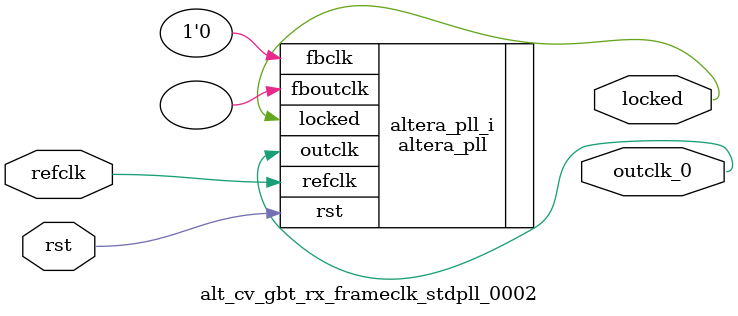
<source format=v>
`timescale 1ns/10ps
module  alt_cv_gbt_rx_frameclk_stdpll_0002(

	// interface 'refclk'
	input wire refclk,

	// interface 'reset'
	input wire rst,

	// interface 'outclk0'
	output wire outclk_0,

	// interface 'locked'
	output wire locked
);

	altera_pll #(
		.fractional_vco_multiplier("false"),
		.reference_clock_frequency("120.0 MHz"),
		.operation_mode("normal"),
		.number_of_clocks(1),
		.output_clock_frequency0("40.000000 MHz"),
		.phase_shift0("0 ps"),
		.duty_cycle0(50),
		.output_clock_frequency1("0 MHz"),
		.phase_shift1("0 ps"),
		.duty_cycle1(50),
		.output_clock_frequency2("0 MHz"),
		.phase_shift2("0 ps"),
		.duty_cycle2(50),
		.output_clock_frequency3("0 MHz"),
		.phase_shift3("0 ps"),
		.duty_cycle3(50),
		.output_clock_frequency4("0 MHz"),
		.phase_shift4("0 ps"),
		.duty_cycle4(50),
		.output_clock_frequency5("0 MHz"),
		.phase_shift5("0 ps"),
		.duty_cycle5(50),
		.output_clock_frequency6("0 MHz"),
		.phase_shift6("0 ps"),
		.duty_cycle6(50),
		.output_clock_frequency7("0 MHz"),
		.phase_shift7("0 ps"),
		.duty_cycle7(50),
		.output_clock_frequency8("0 MHz"),
		.phase_shift8("0 ps"),
		.duty_cycle8(50),
		.output_clock_frequency9("0 MHz"),
		.phase_shift9("0 ps"),
		.duty_cycle9(50),
		.output_clock_frequency10("0 MHz"),
		.phase_shift10("0 ps"),
		.duty_cycle10(50),
		.output_clock_frequency11("0 MHz"),
		.phase_shift11("0 ps"),
		.duty_cycle11(50),
		.output_clock_frequency12("0 MHz"),
		.phase_shift12("0 ps"),
		.duty_cycle12(50),
		.output_clock_frequency13("0 MHz"),
		.phase_shift13("0 ps"),
		.duty_cycle13(50),
		.output_clock_frequency14("0 MHz"),
		.phase_shift14("0 ps"),
		.duty_cycle14(50),
		.output_clock_frequency15("0 MHz"),
		.phase_shift15("0 ps"),
		.duty_cycle15(50),
		.output_clock_frequency16("0 MHz"),
		.phase_shift16("0 ps"),
		.duty_cycle16(50),
		.output_clock_frequency17("0 MHz"),
		.phase_shift17("0 ps"),
		.duty_cycle17(50),
		.pll_type("General"),
		.pll_subtype("General")
	) altera_pll_i (
		.rst	(rst),
		.outclk	({outclk_0}),
		.locked	(locked),
		.fboutclk	( ),
		.fbclk	(1'b0),
		.refclk	(refclk)
	);
endmodule


</source>
